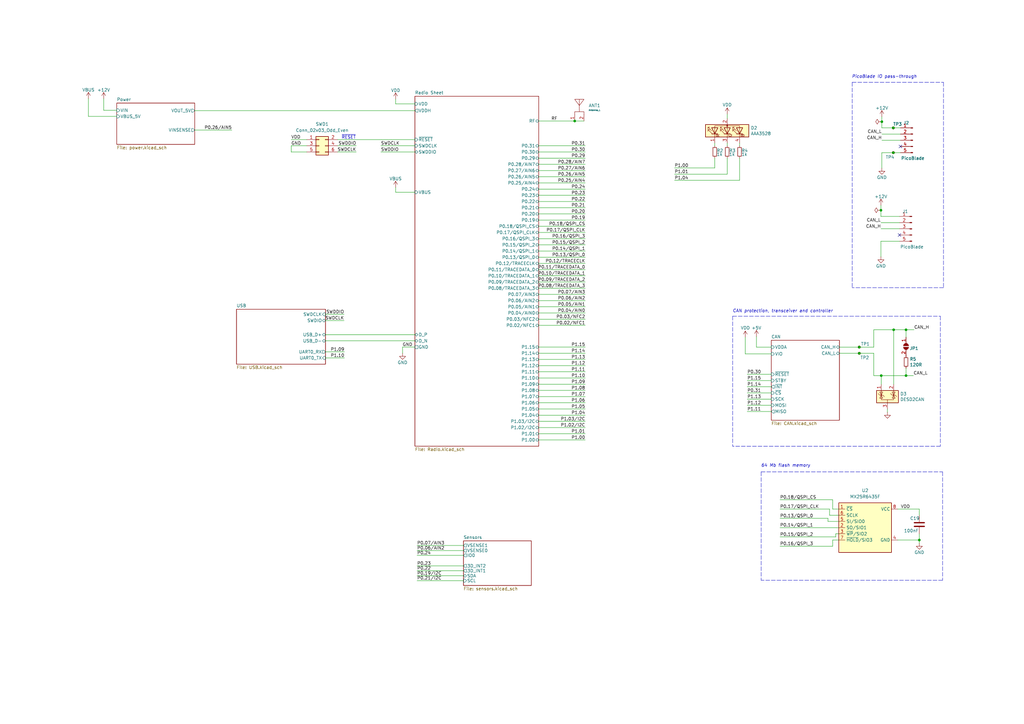
<source format=kicad_sch>
(kicad_sch (version 20211123) (generator eeschema)
  (paper "A3")
  (title_block (title "Spirit Logger") (date "2023-01-23") (rev "0") (company "Specialized Europe GmbH"))
  (lib_symbols
    (symbol "Connector:Conn_01x05_Male" (pin_names (offset 1.016) hide)
      (property "Reference" "J" (at 0 7.62 0))
      (property "Value" "Conn_01x05_Male" (at 0 -7.62 0))
      (symbol "Conn_01x05_Male_1_1"
        (polyline (pts (xy 1.27 -5.08) (xy 0.8636 -5.08)) (stroke (width 0.1524)))
        (polyline (pts (xy 1.27 -2.54) (xy 0.8636 -2.54)) (stroke (width 0.1524)))
        (polyline (pts (xy 1.27 0) (xy 0.8636 0)) (stroke (width 0.1524)))
        (polyline (pts (xy 1.27 2.54) (xy 0.8636 2.54)) (stroke (width 0.1524)))
        (polyline (pts (xy 1.27 5.08) (xy 0.8636 5.08)) (stroke (width 0.1524)))
        (rectangle (start 0.8636 -4.953) (end 0 -5.207) (stroke (width 0.1524)) (fill (type outline)))
        (rectangle (start 0.8636 -2.413) (end 0 -2.667) (stroke (width 0.1524)) (fill (type outline)))
        (rectangle (start 0.8636 0.127) (end 0 -0.127) (stroke (width 0.1524)) (fill (type outline)))
        (rectangle (start 0.8636 2.667) (end 0 2.413) (stroke (width 0.1524)) (fill (type outline)))
        (rectangle (start 0.8636 5.207) (end 0 4.953) (stroke (width 0.1524)) (fill (type outline)))
        (pin passive line (at 5.08 5.08 180) (length 3.81) (name "Pin_1") (number "1"))
        (pin passive line (at 5.08 2.54 180) (length 3.81) (name "Pin_2") (number "2"))
        (pin passive line (at 5.08 0 180) (length 3.81) (name "Pin_3") (number "3"))
        (pin passive line (at 5.08 -2.54 180) (length 3.81) (name "Pin_4") (number "4"))
        (pin passive line (at 5.08 -5.08 180) (length 3.81) (name "Pin_5") (number "5"))
      )
    )
    (symbol "Connector:TestPoint_Small" (pin_numbers hide) (pin_names (offset 0.762) hide)
      (property "Reference" "TP" (at 0 3.81 0))
      (property "Value" "TestPoint_Small" (at 0 2.032 0))
      (symbol "TestPoint_Small_0_1"
        (circle (center 0 0) (radius 0.508))
      )
      (symbol "TestPoint_Small_1_1"
        (pin passive line (at 0 0 90) (length 0) (name "1") (number "1"))
      )
    )
    (symbol "Connector_Generic:Conn_02x03_Odd_Even" (pin_names (offset 1.016) hide)
      (property "Reference" "J" (at 1.27 5.08 0))
      (property "Value" "Conn_02x03_Odd_Even" (at 1.27 -5.08 0))
      (symbol "Conn_02x03_Odd_Even_1_1"
        (rectangle (start -1.27 -2.413) (end 0 -2.667) (stroke (width 0.1524)))
        (rectangle (start -1.27 0.127) (end 0 -0.127) (stroke (width 0.1524)))
        (rectangle (start -1.27 2.667) (end 0 2.413) (stroke (width 0.1524)))
        (rectangle (start -1.27 3.81) (end 3.81 -3.81) (stroke (width 0.254)) (fill (type background)))
        (rectangle (start 3.81 -2.413) (end 2.54 -2.667) (stroke (width 0.1524)))
        (rectangle (start 3.81 0.127) (end 2.54 -0.127) (stroke (width 0.1524)))
        (rectangle (start 3.81 2.667) (end 2.54 2.413) (stroke (width 0.1524)))
        (pin passive line (at -5.08 2.54 0) (length 3.81) (name "Pin_1") (number "1"))
        (pin passive line (at 7.62 2.54 180) (length 3.81) (name "Pin_2") (number "2"))
        (pin passive line (at -5.08 0 0) (length 3.81) (name "Pin_3") (number "3"))
        (pin passive line (at 7.62 0 180) (length 3.81) (name "Pin_4") (number "4"))
        (pin passive line (at -5.08 -2.54 0) (length 3.81) (name "Pin_5") (number "5"))
        (pin passive line (at 7.62 -2.54 180) (length 3.81) (name "Pin_6") (number "6"))
      )
    )
    (symbol "Device:C" (pin_numbers hide) (pin_names (offset 0.254))
      (property "Reference" "C" (at 0.635 2.54 0))
      (property "Value" "C" (at 0.635 -2.54 0))
      (symbol "C_0_1"
        (polyline (pts (xy -2.032 -0.762) (xy 2.032 -0.762)) (stroke (width 0.508)))
        (polyline (pts (xy -2.032 0.762) (xy 2.032 0.762)) (stroke (width 0.508)))
      )
      (symbol "C_1_1"
        (pin passive line (at 0 3.81 270) (length 2.794) (name "~") (number "1"))
        (pin passive line (at 0 -3.81 90) (length 2.794) (name "~") (number "2"))
      )
    )
    (symbol "Device:R_Small" (pin_numbers hide) (pin_names (offset 0.254) hide)
      (property "Reference" "R" (at 0.762 0.508 0))
      (property "Value" "R_Small" (at 0.762 -1.016 0))
      (symbol "R_Small_0_1"
        (rectangle (start -0.762 1.778) (end 0.762 -1.778) (stroke (width 0.2032)))
      )
      (symbol "R_Small_1_1"
        (pin passive line (at 0 2.54 270) (length 0.762) (name "~") (number "1"))
        (pin passive line (at 0 -2.54 90) (length 0.762) (name "~") (number "2"))
      )
    )
    (symbol "Jumper:SolderJumper_2_Open" (pin_names (offset 0) hide)
      (property "Reference" "JP" (at 0 2.032 0))
      (property "Value" "SolderJumper_2_Open" (at 0 -2.54 0))
      (symbol "SolderJumper_2_Open_0_1"
        (arc (start -0.254 1.016) (mid -1.27 0) (end -0.254 -1.016))
        (arc (start -0.254 1.016) (mid -1.27 0) (end -0.254 -1.016) (fill (type outline)))
        (polyline (pts (xy -0.254 1.016) (xy -0.254 -1.016)))
        (polyline (pts (xy 0.254 1.016) (xy 0.254 -1.016)))
        (arc (start 0.254 -1.016) (mid 1.27 0) (end 0.254 1.016))
        (arc (start 0.254 -1.016) (mid 1.27 0) (end 0.254 1.016) (fill (type outline)))
      )
      (symbol "SolderJumper_2_Open_1_1"
        (pin passive line (at -3.81 0 0) (length 2.54) (name "A") (number "1"))
        (pin passive line (at 3.81 0 180) (length 2.54) (name "B") (number "2"))
      )
    )
    (symbol "LED:APFA3010" (pin_names (offset 0) hide)
      (property "Reference" "D" (at 0 10.16 0))
      (property "Value" "APFA3010" (at 0 -10.16 0))
      (symbol "APFA3010_0_0"
        (text "B" (at -1.905 -6.35 0) (effects (font (size 1.27 1.27))))
        (text "G" (at -1.905 -1.27 0) (effects (font (size 1.27 1.27))))
        (text "R" (at -1.905 3.81 0) (effects (font (size 1.27 1.27))))
      )
      (symbol "APFA3010_0_1"
        (rectangle (start -2.54 -8.89) (end 2.54 8.89) (stroke (width 0.254)) (fill (type background)))
        (polyline (pts (xy -2.54 -5.08) (xy 1.27 -5.08)))
        (polyline (pts (xy -1.27 -3.81) (xy -1.27 -6.35)) (stroke (width 0.254)))
        (polyline (pts (xy -1.27 1.27) (xy -1.27 -1.27)) (stroke (width 0.254)))
        (polyline (pts (xy -1.27 6.35) (xy -1.27 3.81)) (stroke (width 0.254)))
        (polyline (pts (xy 1.27 5.08) (xy -2.54 5.08)))
        (polyline (pts (xy 2.54 0) (xy -2.54 0)))
        (polyline (pts (xy 1.27 -5.08) (xy 2.032 -5.08) (xy 2.032 5.08) (xy 1.27 5.08)))
        (polyline (pts (xy 1.27 -3.81) (xy 1.27 -6.35) (xy -1.27 -5.08) (xy 1.27 -3.81)) (stroke (width 0.254)))
        (polyline (pts (xy 1.27 1.27) (xy 1.27 -1.27) (xy -1.27 0) (xy 1.27 1.27)) (stroke (width 0.254)))
        (polyline (pts (xy 1.27 6.35) (xy 1.27 3.81) (xy -1.27 5.08) (xy 1.27 6.35)) (stroke (width 0.254)))
        (polyline (pts (xy -1.016 -3.81) (xy 0.508 -2.286) (xy -0.254 -2.286) (xy 0.508 -2.286) (xy 0.508 -3.048)))
        (polyline (pts (xy -1.016 1.27) (xy 0.508 2.794) (xy -0.254 2.794) (xy 0.508 2.794) (xy 0.508 2.032)))
        (polyline (pts (xy -1.016 6.35) (xy 0.508 7.874) (xy -0.254 7.874) (xy 0.508 7.874) (xy 0.508 7.112)))
        (polyline (pts (xy 0 -3.81) (xy 1.524 -2.286) (xy 0.762 -2.286) (xy 1.524 -2.286) (xy 1.524 -3.048)))
        (polyline (pts (xy 0 1.27) (xy 1.524 2.794) (xy 0.762 2.794) (xy 1.524 2.794) (xy 1.524 2.032)))
        (polyline (pts (xy 0 6.35) (xy 1.524 7.874) (xy 0.762 7.874) (xy 1.524 7.874) (xy 1.524 7.112)))
        (rectangle (start 1.27 6.35) (end 1.27 6.35))
        (circle (center 2.032 0) (radius 0.254) (fill (type outline)))
      )
      (symbol "APFA3010_1_1"
        (pin input line (at -5.08 5.08 0) (length 2.54) (name "R") (number "1"))
        (pin power_in line (at 5.08 0 180) (length 2.54) (name "A") (number "2"))
        (pin input line (at -5.08 0 0) (length 2.54) (name "G") (number "3"))
        (pin input line (at -5.08 -5.08 0) (length 2.54) (name "B") (number "4"))
      )
    )
    (symbol "MCU_Nordic_Custom:Antenna_L"
      (property "Reference" "ANT" (at 4.445 -1.27 0))
      (property "Value" "Antenna_L" (at 0 7.62 0))
      (symbol "Antenna_L_0_1"
        (polyline (pts (xy 1.905 0) (xy 1.905 1.27) (xy -1.905 1.27) (xy -1.905 0) (xy -1.905 1.27) (xy 0 1.27) (xy 0 3.81) (xy -1.905 6.35) (xy 1.905 6.35) (xy 0 3.81) (xy 0 6.35)) (stroke (width 0.1524)))
      )
      (symbol "Antenna_L_1_1"
        (pin input line (at -1.905 -2.54 90) (length 2.54) (name "") (number "1"))
        (pin free line (at 1.905 -2.54 90) (length 2.54) (name "") (number "2"))
      )
    )
    (symbol "MCU_Nordic_Custom:MX25R6435F"
      (property "Reference" "U" (at -8.89 8.89 0))
      (property "Value" "MX25R6435F" (at 0 -11.43 0))
      (symbol "MX25R6435F_1_1"
        (rectangle (start -11.43 7.62) (end 10.16 -12.7) (stroke (width 0.254)) (fill (type background)))
        (pin input line (at -11.43 5.08 0) (length 2.54) (name "~{CS}") (number "1"))
        (pin bidirectional line (at -11.43 -2.54 0) (length 2.54) (name "SO/SIO1") (number "2"))
        (pin bidirectional line (at -11.43 -5.08 0) (length 2.54) (name "~{WP}/SIO2") (number "3"))
        (pin power_in line (at 12.7 -7.62 180) (length 2.54) (name "GND") (number "4"))
        (pin bidirectional line (at -11.43 0 0) (length 2.54) (name "SI/SIO0") (number "5"))
        (pin input line (at -11.43 2.54 0) (length 2.54) (name "SCLK") (number "6"))
        (pin bidirectional line (at -11.43 -7.62 0) (length 2.54) (name "~{HOLD}/SIO3") (number "7"))
        (pin power_in line (at 12.7 5.08 180) (length 2.54) (name "VCC") (number "8"))
      )
    )
    (symbol "Power_Protection:NUP2105L" (pin_names hide)
      (property "Reference" "D" (at 5.715 2.54 0))
      (property "Value" "NUP2105L" (at 5.715 0.635 0))
      (symbol "NUP2105L_0_0"
        (pin passive line (at 0 -5.08 90) (length 2.54) (name "A") (number "3"))
      )
      (symbol "NUP2105L_0_1"
        (rectangle (start -4.445 2.54) (end 4.445 -2.54) (stroke (width 0.254)) (fill (type background)))
        (polyline (pts (xy -2.54 2.54) (xy -2.54 0.635)))
        (polyline (pts (xy 0 -1.27) (xy 0 -2.54)))
        (polyline (pts (xy 2.54 2.54) (xy 2.54 0.635)))
        (polyline (pts (xy -3.81 1.27) (xy -3.175 0.635) (xy -1.905 0.635) (xy -1.27 0)))
        (polyline (pts (xy -2.54 0.635) (xy -2.54 -1.27) (xy 2.54 -1.27) (xy 2.54 0.635)))
        (polyline (pts (xy -2.54 0.635) (xy -1.905 -0.635) (xy -3.175 -0.635) (xy -2.54 0.635)))
        (polyline (pts (xy 2.54 0.635) (xy 1.905 -0.635) (xy 3.175 -0.635) (xy 2.54 0.635)))
        (polyline (pts (xy 2.54 0.635) (xy 3.175 1.905) (xy 1.905 1.905) (xy 2.54 0.635)))
        (polyline (pts (xy -2.54 0.635) (xy -3.175 1.905) (xy -1.905 1.905) (xy -2.54 0.635) (xy -2.54 1.27)))
        (polyline (pts (xy 1.27 1.27) (xy 1.905 0.635) (xy 2.54 0.635) (xy 3.175 0.635) (xy 3.81 0)))
      )
      (symbol "NUP2105L_1_1"
        (pin passive line (at -2.54 5.08 270) (length 2.54) (name "K") (number "1"))
        (pin passive line (at 2.54 5.08 270) (length 2.54) (name "K") (number "2"))
      )
    )
    (symbol "VDD_1" (power) (pin_names (offset 0))
      (property "Value" "VDD_1" (at 0 3.81 0))
      (symbol "VDD_1_0_1"
        (polyline (pts (xy -0.762 1.27) (xy 0 2.54)))
        (polyline (pts (xy 0 0) (xy 0 2.54)))
        (polyline (pts (xy 0 2.54) (xy 0.762 1.27)))
      )
      (symbol "VDD_1_1_1"
        (pin power_in line (at 0 0 90) (length 0) hide (name "VDD") (number "1"))
      )
    )
    (symbol "power:+12V" (power) (pin_names (offset 0))
      (property "Value" "+12V" (at 0 3.556 0))
      (symbol "+12V_0_1"
        (polyline (pts (xy -0.762 1.27) (xy 0 2.54)))
        (polyline (pts (xy 0 0) (xy 0 2.54)))
        (polyline (pts (xy 0 2.54) (xy 0.762 1.27)))
      )
      (symbol "+12V_1_1"
        (pin power_in line (at 0 0 90) (length 0) hide (name "+12V") (number "1"))
      )
    )
    (symbol "power:+5V" (power) (pin_names (offset 0))
      (property "Value" "+5V" (at 0 3.556 0))
      (symbol "+5V_0_1"
        (polyline (pts (xy -0.762 1.27) (xy 0 2.54)))
        (polyline (pts (xy 0 0) (xy 0 2.54)))
        (polyline (pts (xy 0 2.54) (xy 0.762 1.27)))
      )
      (symbol "+5V_1_1"
        (pin power_in line (at 0 0 90) (length 0) hide (name "+5V") (number "1"))
      )
    )
    (symbol "power:GND" (power) (pin_names (offset 0))
      (property "Value" "GND" (at 0 -3.81 0))
      (symbol "GND_0_1"
        (polyline (pts (xy 0 0) (xy 0 -1.27) (xy 1.27 -1.27) (xy 0 -2.54) (xy -1.27 -1.27) (xy 0 -1.27)))
      )
      (symbol "GND_1_1"
        (pin power_in line (at 0 0 270) (length 0) hide (name "GND") (number "1"))
      )
    )
    (symbol "power:PWR_FLAG" (power) (pin_numbers hide) (pin_names (offset 0) hide)
      (property "Value" "PWR_FLAG" (at 0 3.81 0))
      (symbol "PWR_FLAG_0_0"
        (pin power_out line (at 0 0 90) (length 0) (name "pwr") (number "1"))
      )
      (symbol "PWR_FLAG_0_1"
        (polyline (pts (xy 0 0) (xy 0 1.27) (xy -1.016 1.905) (xy 0 2.54) (xy 1.016 1.905) (xy 0 1.27)))
      )
    )
    (symbol "power:VBUS" (power) (pin_names (offset 0))
      (property "Value" "VBUS" (at 0 3.81 0))
      (symbol "VBUS_0_1"
        (polyline (pts (xy -0.762 1.27) (xy 0 2.54)))
        (polyline (pts (xy 0 0) (xy 0 2.54)))
        (polyline (pts (xy 0 2.54) (xy 0.762 1.27)))
      )
      (symbol "VBUS_1_1"
        (pin power_in line (at 0 0 90) (length 0) hide (name "VBUS") (number "1"))
      )
    )
    (symbol "power:VDD" (power) (pin_names (offset 0))
      (property "Value" "VDD" (at 0 3.81 0))
      (symbol "VDD_0_1"
        (polyline (pts (xy -0.762 1.27) (xy 0 2.54)))
        (polyline (pts (xy 0 0) (xy 0 2.54)))
        (polyline (pts (xy 0 2.54) (xy 0.762 1.27)))
      )
      (symbol "VDD_1_1"
        (pin power_in line (at 0 0 90) (length 0) hide (name "VDD") (number "1"))
      )
    )
  )
  (junction (at 366.522 135.255))
  (junction (at 361.696 49.911))
  (junction (at 361.442 154.051))
  (junction (at 352.425 142.367))
  (junction (at 366.395 62.611))
  (junction (at 235.712 49.6316))
  (junction (at 361.315 86.233))
  (junction (at 371.602 135.255))
  (junction (at 352.425 144.907))
  (junction (at 371.602 154.051))
  (junction (at 366.395 52.451))
  (junction (at 377.063 221.488))
  (no_connect (at 368.935 96.393))
  (no_connect (at 369.316 60.071))
  (wire (pts (xy 316.357 156.083) (xy 306.451 156.083)))
  (wire (pts (xy 220.98 95.3516) (xy 240.03 95.3516)))
  (polyline (pts (xy 385.699 183.007) (xy 300.482 183.007)))
  (wire (pts (xy 165.1 142.3416) (xy 165.1 144.8816)))
  (wire (pts (xy 358.394 144.907) (xy 358.394 154.051)))
  (wire (pts (xy 361.315 86.233) (xy 361.315 88.773)))
  (polyline (pts (xy 312.166 193.548) (xy 312.166 237.998)))
  (wire (pts (xy 310.261 138.049) (xy 310.261 142.367)))
  (wire (pts (xy 156.21 62.3316) (xy 170.18 62.3316)))
  (wire (pts (xy 133.5024 128.9304) (xy 141.1224 128.9304)))
  (wire (pts (xy 316.357 158.623) (xy 306.451 158.623)))
  (wire (pts (xy 220.98 157.5816) (xy 240.03 157.5816)))
  (wire (pts (xy 162.2552 76.8604) (xy 162.2552 78.8416)))
  (wire (pts (xy 133.5024 139.8016) (xy 170.18 139.8016)))
  (polyline (pts (xy 386.588 237.998) (xy 312.166 237.998)))
  (wire (pts (xy 190.0936 236.1692) (xy 171.0436 236.1692)))
  (wire (pts (xy 220.98 142.3416) (xy 240.03 142.3416)))
  (wire (pts (xy 220.98 147.4216) (xy 240.03 147.4216)))
  (wire (pts (xy 220.98 170.2816) (xy 240.03 170.2816)))
  (wire (pts (xy 293.1668 59.7408) (xy 293.1668 58.7248)))
  (wire (pts (xy 220.98 77.5716) (xy 240.03 77.5716)))
  (wire (pts (xy 369.316 62.611) (xy 366.395 62.611)))
  (wire (pts (xy 342.773 218.948) (xy 342.773 220.218)))
  (wire (pts (xy 340.233 211.328) (xy 344.043 211.328)))
  (polyline (pts (xy 386.969 33.782) (xy 386.969 117.983)))
  (wire (pts (xy 125.7808 62.3316) (xy 119.4308 62.3316)))
  (wire (pts (xy 220.98 108.0516) (xy 240.03 108.0516)))
  (wire (pts (xy 339.598 212.598) (xy 339.598 213.868)))
  (wire (pts (xy 220.98 120.7516) (xy 240.03 120.7516)))
  (wire (pts (xy 366.395 52.451) (xy 361.696 52.451)))
  (wire (pts (xy 358.394 154.051) (xy 361.442 154.051)))
  (wire (pts (xy 344.043 218.948) (xy 342.773 218.948)))
  (wire (pts (xy 220.98 85.1916) (xy 240.03 85.1916)))
  (wire (pts (xy 377.063 208.788) (xy 368.173 208.788)))
  (wire (pts (xy 377.063 221.488) (xy 368.173 221.488)))
  (wire (pts (xy 220.98 180.4416) (xy 240.03 180.4416)))
  (wire (pts (xy 79.8576 45.3644) (xy 170.18 45.3644)))
  (wire (pts (xy 220.98 160.1216) (xy 240.03 160.1216)))
  (wire (pts (xy 138.4808 62.3316) (xy 146.1008 62.3316)))
  (wire (pts (xy 220.98 80.1116) (xy 240.03 80.1116)))
  (wire (pts (xy 171.0436 223.7232) (xy 190.0936 223.7232)))
  (wire (pts (xy 316.357 161.163) (xy 306.451 161.163)))
  (polyline (pts (xy 300.482 129.667) (xy 385.699 129.667)))
  (wire (pts (xy 319.913 204.978) (xy 341.503 204.978)))
  (wire (pts (xy 276.6568 73.9648) (xy 303.3268 73.9648)))
  (wire (pts (xy 190.0936 227.7872) (xy 171.0436 227.7872)))
  (wire (pts (xy 220.98 97.8916) (xy 240.03 97.8916)))
  (wire (pts (xy 220.98 113.1316) (xy 240.03 113.1316)))
  (wire (pts (xy 162.2552 78.8416) (xy 170.18 78.8416)))
  (wire (pts (xy 220.98 133.4516) (xy 240.03 133.4516)))
  (wire (pts (xy 235.712 49.6316) (xy 239.522 49.6316)))
  (wire (pts (xy 220.98 102.9716) (xy 240.03 102.9716)))
  (wire (pts (xy 165.1 142.3416) (xy 170.18 142.3416)))
  (wire (pts (xy 138.4808 57.2516) (xy 170.18 57.2516)))
  (wire (pts (xy 190.0936 238.1504) (xy 171.0436 238.1504)))
  (wire (pts (xy 361.315 98.933) (xy 368.935 98.933)))
  (wire (pts (xy 344.297 142.367) (xy 352.425 142.367)))
  (wire (pts (xy 133.5024 131.4704) (xy 141.1224 131.4704)))
  (polyline (pts (xy 349.504 33.782) (xy 349.504 117.983)))
  (wire (pts (xy 220.98 87.7316) (xy 240.03 87.7316)))
  (wire (pts (xy 339.598 213.868) (xy 344.043 213.868)))
  (wire (pts (xy 319.913 208.788) (xy 340.233 208.788)))
  (wire (pts (xy 42.5196 45.2628) (xy 47.9044 45.2628)))
  (polyline (pts (xy 385.699 129.667) (xy 385.699 183.007)))
  (wire (pts (xy 220.98 130.9116) (xy 240.03 130.9116)))
  (wire (pts (xy 220.98 100.4316) (xy 240.03 100.4316)))
  (wire (pts (xy 220.98 165.2016) (xy 240.03 165.2016)))
  (wire (pts (xy 119.4308 59.7916) (xy 125.7808 59.7916)))
  (wire (pts (xy 369.316 52.451) (xy 366.395 52.451)))
  (polyline (pts (xy 349.504 33.782) (xy 386.969 33.782)))
  (wire (pts (xy 298.2468 59.7408) (xy 298.2468 58.7248)))
  (wire (pts (xy 220.98 177.9016) (xy 240.03 177.9016)))
  (wire (pts (xy 220.98 49.6316) (xy 235.712 49.6316)))
  (wire (pts (xy 220.98 123.2916) (xy 240.03 123.2916)))
  (wire (pts (xy 220.98 62.3316) (xy 240.03 62.3316)))
  (wire (pts (xy 358.394 142.367) (xy 358.394 135.255)))
  (wire (pts (xy 366.522 135.255) (xy 371.602 135.255)))
  (wire (pts (xy 352.425 144.907) (xy 358.394 144.907)))
  (wire (pts (xy 220.98 59.7916) (xy 240.03 59.7916)))
  (wire (pts (xy 303.3268 59.7408) (xy 303.3268 58.7248)))
  (wire (pts (xy 358.394 135.255) (xy 366.522 135.255)))
  (wire (pts (xy 133.5024 144.3228) (xy 141.2748 144.3228)))
  (wire (pts (xy 341.503 204.978) (xy 341.503 208.788)))
  (wire (pts (xy 316.357 166.243) (xy 306.451 166.243)))
  (wire (pts (xy 220.98 115.6716) (xy 240.03 115.6716)))
  (polyline (pts (xy 312.166 193.548) (xy 386.588 193.548)))
  (wire (pts (xy 220.98 155.0416) (xy 240.03 155.0416)))
  (wire (pts (xy 220.98 72.4916) (xy 240.03 72.4916)))
  (wire (pts (xy 162.2552 40.64) (xy 162.2552 42.6212)))
  (wire (pts (xy 220.98 110.5916) (xy 240.03 110.5916)))
  (wire (pts (xy 220.98 162.6616) (xy 240.03 162.6616)))
  (wire (pts (xy 369.316 57.531) (xy 361.696 57.531)))
  (wire (pts (xy 220.98 152.5016) (xy 240.03 152.5016)))
  (wire (pts (xy 368.935 91.313) (xy 361.315 91.313)))
  (wire (pts (xy 361.696 49.911) (xy 361.696 52.451)))
  (wire (pts (xy 371.602 151.003) (xy 371.602 154.051)))
  (wire (pts (xy 162.2552 42.6212) (xy 170.18 42.6212)))
  (wire (pts (xy 36.2712 47.752) (xy 36.2712 40.4368)))
  (wire (pts (xy 361.315 98.933) (xy 361.315 105.283)))
  (wire (pts (xy 293.1668 68.8848) (xy 293.1668 64.8208)))
  (wire (pts (xy 371.602 135.255) (xy 374.904 135.255)))
  (wire (pts (xy 298.2468 46.7868) (xy 298.2468 48.5648)))
  (wire (pts (xy 319.913 224.028) (xy 341.503 224.028)))
  (wire (pts (xy 220.98 175.3616) (xy 240.03 175.3616)))
  (wire (pts (xy 366.522 157.607) (xy 366.522 135.255)))
  (wire (pts (xy 220.98 82.6516) (xy 240.03 82.6516)))
  (wire (pts (xy 377.063 221.488) (xy 377.063 222.758)))
  (wire (pts (xy 361.696 47.879) (xy 361.696 49.911)))
  (polyline (pts (xy 386.969 117.983) (xy 349.504 117.983)))
  (wire (pts (xy 377.063 211.328) (xy 377.063 208.788)))
  (wire (pts (xy 377.063 218.948) (xy 377.063 221.488)))
  (wire (pts (xy 319.913 216.408) (xy 344.043 216.408)))
  (wire (pts (xy 220.98 92.8116) (xy 240.03 92.8116)))
  (wire (pts (xy 368.935 93.853) (xy 361.315 93.853)))
  (wire (pts (xy 190.0936 225.806) (xy 171.0436 225.806)))
  (wire (pts (xy 352.425 142.367) (xy 358.394 142.367)))
  (wire (pts (xy 220.98 172.8216) (xy 240.03 172.8216)))
  (wire (pts (xy 361.315 84.201) (xy 361.315 86.233)))
  (wire (pts (xy 371.602 138.303) (xy 371.602 135.255)))
  (wire (pts (xy 156.21 59.7916) (xy 170.18 59.7916)))
  (wire (pts (xy 119.4308 59.7916) (xy 119.4308 62.3316)))
  (wire (pts (xy 363.982 169.037) (xy 363.982 167.767)))
  (wire (pts (xy 310.261 142.367) (xy 316.357 142.367)))
  (wire (pts (xy 276.6568 71.4248) (xy 298.2468 71.4248)))
  (wire (pts (xy 220.98 144.8816) (xy 240.03 144.8816)))
  (wire (pts (xy 361.442 157.607) (xy 361.442 154.051)))
  (wire (pts (xy 361.442 154.051) (xy 371.602 154.051)))
  (wire (pts (xy 298.2468 71.4248) (xy 298.2468 64.8208)))
  (wire (pts (xy 371.602 154.051) (xy 374.65 154.051)))
  (wire (pts (xy 47.9044 47.752) (xy 36.2712 47.752)))
  (wire (pts (xy 220.98 67.4116) (xy 240.03 67.4116)))
  (wire (pts (xy 316.357 153.543) (xy 306.451 153.543)))
  (wire (pts (xy 79.8576 53.34) (xy 95.0976 53.34)))
  (wire (pts (xy 220.98 149.9616) (xy 240.03 149.9616)))
  (wire (pts (xy 220.98 125.8316) (xy 240.03 125.8316)))
  (wire (pts (xy 344.043 221.488) (xy 341.503 221.488)))
  (wire (pts (xy 220.98 118.2116) (xy 240.03 118.2116)))
  (wire (pts (xy 190.0936 232.1052) (xy 171.0436 232.1052)))
  (polyline (pts (xy 386.588 193.548) (xy 386.588 237.998)))
  (wire (pts (xy 190.0936 234.0864) (xy 171.0436 234.0864)))
  (wire (pts (xy 341.503 221.488) (xy 341.503 224.028)))
  (wire (pts (xy 340.233 208.788) (xy 340.233 211.328)))
  (wire (pts (xy 138.4808 59.7916) (xy 146.1008 59.7916)))
  (wire (pts (xy 42.5196 40.4876) (xy 42.5196 45.2628)))
  (wire (pts (xy 344.297 144.907) (xy 352.425 144.907)))
  (wire (pts (xy 316.357 163.703) (xy 306.451 163.703)))
  (wire (pts (xy 133.5024 146.812) (xy 141.2748 146.812)))
  (wire (pts (xy 341.503 208.788) (xy 344.043 208.788)))
  (wire (pts (xy 361.696 62.611) (xy 361.696 68.961)))
  (wire (pts (xy 220.98 167.7416) (xy 240.03 167.7416)))
  (wire (pts (xy 305.689 138.303) (xy 305.689 145.161)))
  (polyline (pts (xy 300.482 129.667) (xy 300.482 183.007)))
  (wire (pts (xy 220.98 69.9516) (xy 240.03 69.9516)))
  (wire (pts (xy 305.689 145.161) (xy 316.357 145.161)))
  (wire (pts (xy 316.357 168.783) (xy 306.451 168.783)))
  (wire (pts (xy 276.6568 68.8848) (xy 293.1668 68.8848)))
  (wire (pts (xy 220.98 128.3716) (xy 240.03 128.3716)))
  (wire (pts (xy 369.316 54.991) (xy 361.696 54.991)))
  (wire (pts (xy 319.913 220.218) (xy 342.773 220.218)))
  (wire (pts (xy 319.913 212.598) (xy 339.598 212.598)))
  (wire (pts (xy 366.395 62.611) (xy 361.696 62.611)))
  (wire (pts (xy 361.315 88.773) (xy 368.935 88.773)))
  (wire (pts (xy 133.5024 137.2616) (xy 170.18 137.2616)))
  (wire (pts (xy 119.4308 57.2516) (xy 125.7808 57.2516)))
  (wire (pts (xy 303.3268 64.8208) (xy 303.3268 73.9648)))
  (wire (pts (xy 220.98 90.2716) (xy 240.03 90.2716)))
  (wire (pts (xy 220.98 105.5116) (xy 240.03 105.5116)))
  (wire (pts (xy 220.98 64.8716) (xy 240.03 64.8716)))
  (wire (pts (xy 220.98 75.0316) (xy 240.03 75.0316)))
  (text "CAN protection, transceiver and controller" (at 300.482 128.397 0) (effects (font (size 1.27 1.27) italic) (justify left bottom)))
  (text "PicoBlade IO pass-through" (at 349.377 32.258 0) (effects (font (size 1.27 1.27) italic) (justify left bottom)))
  (text "64 Mb flash memory" (at 312.166 191.77 0) (effects (font (size 1.27 1.27) italic) (justify left bottom)))
  (text "~{RESET}" (at 140.0556 57.2008 0) (effects (font (size 1.27 1.27)) (justify left bottom)))
  (label "RF" (at 226.06 49.6316 0))
  (label "P1.06" (at 240.03 165.2016 180))
  (label "P1.13" (at 306.451 163.703 0))
  (label "P0.22" (at 240.03 82.6516 180))
  (label "P1.00" (at 276.6568 68.8848 0))
  (label "P0.14{slash}QSPI_1" (at 240.03 102.9716 180))
  (label "P1.03{slash}I2C" (at 240.03 172.8216 180))
  (label "P0.31" (at 306.451 161.163 0))
  (label "P1.05" (at 240.03 167.7416 180))
  (label "P0.11{slash}TRACEDATA_0" (at 240.03 110.5916 180))
  (label "VDD" (at 119.4308 57.2516 0))
  (label "P0.25{slash}AIN4" (at 240.03 75.0316 180))
  (label "P1.14" (at 306.451 158.623 0))
  (label "P1.01" (at 240.03 177.9016 180))
  (label "P0.09{slash}TRACEDATA_2" (at 240.03 115.6716 180))
  (label "P1.07" (at 240.03 162.6616 180))
  (label "P0.19" (at 240.03 90.2716 180))
  (label "P0.26{slash}AIN5" (at 240.03 72.4916 180))
  (label "P0.18{slash}QSPI_CS" (at 240.03 92.8116 180))
  (label "P1.12" (at 240.03 149.9616 180))
  (label "P0.23" (at 240.03 80.1116 180))
  (label "P0.20" (at 240.03 87.7316 180))
  (label "P0.15{slash}QSPI_2" (at 240.03 100.4316 180))
  (label "P0.30" (at 306.451 153.543 0))
  (label "P0.17{slash}QSPI_CLK" (at 319.913 208.788 0))
  (label "SWDCLK" (at 146.1008 62.3316 180))
  (label "P1.11" (at 306.451 168.783 0))
  (label "P1.10" (at 141.2748 146.812 180))
  (label "P0.19{slash}I2C" (at 171.0436 236.1692 0))
  (label "P0.16{slash}QSPI_3" (at 319.913 224.028 0))
  (label "P1.10" (at 240.03 155.0416 180))
  (label "P0.29" (at 240.03 64.8716 180))
  (label "P0.22" (at 171.0436 234.0864 0))
  (label "P0.03{slash}NFC2" (at 240.03 130.9116 180))
  (label "P0.24" (at 240.03 77.5716 180))
  (label "P1.12" (at 306.451 166.243 0))
  (label "P1.14" (at 240.03 144.8816 180))
  (label "P0.26{slash}AIN5" (at 95.0976 53.34 180))
  (label "P0.30" (at 240.03 62.3316 180))
  (label "P0.14{slash}QSPI_1" (at 319.913 216.408 0))
  (label "P0.04{slash}AIN0" (at 240.03 128.3716 180))
  (label "P0.17{slash}QSPI_CLK" (at 240.03 95.3516 180))
  (label "P0.06{slash}AIN2" (at 240.03 123.2916 180))
  (label "P1.11" (at 240.03 152.5016 180))
  (label "P1.04" (at 276.6568 73.9648 0))
  (label "P1.00" (at 240.03 180.4416 180))
  (label "P0.21" (at 240.03 85.1916 180))
  (label "CAN_L" (at 361.315 91.313 180))
  (label "P0.24" (at 171.0436 227.7872 0))
  (label "SWDCLK" (at 141.1224 131.4704 180))
  (label "P0.08{slash}TRACEDATA_3" (at 240.03 118.2116 180))
  (label "GND" (at 119.4308 59.7916 0))
  (label "SWDCLK" (at 156.21 59.7916 0))
  (label "P1.01" (at 276.6568 71.4248 0))
  (label "P1.09" (at 240.03 157.5816 180))
  (label "SWDDIO" (at 146.1008 59.7916 180))
  (label "P0.05{slash}AIN1" (at 240.03 125.8316 180))
  (label "P1.08" (at 240.03 160.1216 180))
  (label "P0.23" (at 171.0436 232.1052 0))
  (label "P0.02{slash}NFC1" (at 240.03 133.4516 180))
  (label "P0.13{slash}QSPI_0" (at 319.913 212.598 0))
  (label "P0.15{slash}QSPI_2" (at 319.913 220.218 0))
  (label "P0.13{slash}QSPI_0" (at 240.03 105.5116 180))
  (label "P0.06{slash}AIN2" (at 171.0436 225.806 0))
  (label "P0.28{slash}AIN7" (at 240.03 67.4116 180))
  (label "P1.02{slash}I2C" (at 240.03 175.3616 180))
  (label "VDD" (at 373.253 208.788 180))
  (label "P0.07{slash}AIN3" (at 240.03 120.7516 180))
  (label "P1.04" (at 240.03 170.2816 180))
  (label "SWDDIO" (at 156.21 62.3316 0))
  (label "CAN_L" (at 374.65 154.051 0))
  (label "P0.18{slash}QSPI_CS" (at 319.913 204.978 0))
  (label "CAN_H" (at 361.696 57.531 180))
  (label "CAN_L" (at 361.696 54.991 180))
  (label "P0.16{slash}QSPI_3" (at 240.03 97.8916 180))
  (label "P1.13" (at 240.03 147.4216 180))
  (label "P0.10{slash}TRACEDATA_1" (at 240.03 113.1316 180))
  (label "P1.09" (at 141.2748 144.3228 180))
  (label "CAN_H" (at 374.904 135.255 0))
  (label "CAN_H" (at 361.315 93.853 180))
  (label "P0.12{slash}TRACECLK" (at 240.03 108.0516 180))
  (label "P0.07{slash}AIN3" (at 171.0436 223.7232 0))
  (label "P0.31" (at 240.03 59.7916 180))
  (label "P0.27{slash}AIN6" (at 240.03 69.9516 180))
  (label "P1.15" (at 306.451 156.083 0))
  (label "GND" (at 165.1 142.3416 0))
  (label "P0.21{slash}I2C" (at 171.0436 238.1504 0))
  (label "SWDDIO" (at 141.1224 128.9304 180))
  (label "P1.15" (at 240.03 142.3416 180))
  (symbol (lib_id "power:+12V") (at 361.315 84.201 0) (unit 1)
    (property "Reference" "#PWR0112" (effects hide))
    (property "Value" "+12V" (at 361.315 80.6252 0))
  )
  (symbol (lib_id "Connector:Conn_01x05_Male") (at 374.015 93.853 0) (mirror y) (unit 1)
    (property "Reference" "J1" (at 371.2718 86.7156 0))
    (property "Value" "PicoBlade" (at 374.015 101.219 0))
    (property "Footprint" "KiCad/Connector_Molex.pretty:Molex_PicoBlade_53261-0571_1x05-1MP_P1.25mm_Horizontal" (effects hide))
    (property "MFN" "Molex" (effects hide))
    (property "MPN" "53261-0571" (effects hide))
    (property "Vendor" "Digikey" (effects hide))
    (property "SKU" "WM7623CT-ND" (effects hide))
  )
  (symbol (lib_id "Connector:TestPoint_Small") (at 366.395 62.611 180) (unit 1)
    (property "Reference" "TP4" (at 366.8776 64.4652 0) (effects (justify left)))
    (property "Value" "TestPoint" (effects hide))
    (property "Footprint" "tunaf1sh/misc.pretty:TestPoint_Pad_D1.0mm_Tight" (effects hide))
    (property "Config" "nofit" (effects hide))
  )
  (symbol (lib_id "Device:R_Small") (at 293.1668 62.2808 0) (unit 1)
    (property "Reference" "R2" (at 293.9288 61.7728 0) (effects (justify left)))
    (property "Value" "1k" (at 293.9288 63.2968 0) (effects (justify left)))
    (property "Footprint" "KiCad/Resistor_SMD.pretty:R_0402_1005Metric" (effects hide))
    (property "Characteristics" "5%" (effects hide))
  )
  (symbol (lib_id "Connector:Conn_01x05_Male") (at 374.396 57.531 0) (mirror y) (unit 1)
    (property "Reference" "J2" (at 371.6528 50.3936 0))
    (property "Value" "PicoBlade" (at 374.396 64.897 0))
    (property "Footprint" "KiCad/Connector_Molex.pretty:Molex_PicoBlade_53261-0571_1x05-1MP_P1.25mm_Horizontal" (effects hide))
    (property "MFN" "Molex" (effects hide))
    (property "MPN" "53261-0571" (effects hide))
    (property "Vendor" "Digikey" (effects hide))
    (property "SKU" "WM7623CT-ND" (effects hide))
  )
  (symbol (lib_id "power:PWR_FLAG") (at 361.315 86.233 90) (unit 1)
    (property "Reference" "#FLG0102" (effects hide))
    (property "Value" "PWR_FLAG" (effects hide))
  )
  (symbol (lib_id "power:+5V") (at 310.261 138.049 0) (unit 1)
    (property "Reference" "#PWR0109" (effects hide))
    (property "Value" "+5V" (at 310.261 134.4732 0))
  )
  (symbol (lib_id "Device:C") (at 377.063 215.138 0) (unit 1)
    (property "Reference" "C19" (at 373.253 212.598 0) (effects (justify left)))
    (property "Value" "100nF" (at 370.713 217.678 0) (effects (justify left)))
    (property "Footprint" "MCU_Nordic_Accessory:C_0201" (effects hide))
  )
  (symbol (lib_name "VDD_1") (lib_id "power:VDD") (at 162.2552 40.64 0) (unit 1)
    (property "Reference" "#PWR0119" (effects hide))
    (property "Value" "VDD" (at 162.2552 37.0642 0))
  )
  (symbol (lib_id "power:GND") (at 165.1 144.8816 0) (unit 1)
    (property "Reference" "#PWR0107" (effects hide))
    (property "Value" "GND" (at 165.1 148.6916 0))
  )
  (symbol (lib_id "Connector:TestPoint_Small") (at 352.425 142.367 0) (unit 1)
    (property "Reference" "TP1" (at 353.06 141.097 0) (effects (justify left)))
    (property "Value" "TestPoint" (effects hide))
    (property "Footprint" "tunaf1sh/misc.pretty:TestPoint_Pad_D1.0mm_Tight" (effects hide))
    (property "Config" "nofit" (effects hide))
  )
  (symbol (lib_id "power:GND") (at 377.063 222.758 0) (unit 1)
    (property "Reference" "#PWR0113" (effects hide))
    (property "Value" "GND" (at 377.063 226.568 0))
  )
  (symbol (lib_id "Jumper:SolderJumper_2_Open") (at 371.602 142.113 90) (mirror x) (unit 1)
    (property "Reference" "JP1" (at 374.904 142.875 90))
    (property "Value" "TERM" (effects hide))
    (property "Footprint" "KiCad/Jumper.pretty:SolderJumper-2_P1.3mm_Open_RoundedPad1.0x1.5mm" (effects hide))
    (property "Config" "nofit" (effects hide))
  )
  (symbol (lib_id "power:+12V") (at 361.696 47.879 0) (unit 1)
    (property "Reference" "#PWR0114" (effects hide))
    (property "Value" "+12V" (at 361.696 44.3032 0))
  )
  (symbol (lib_id "power:GND") (at 363.982 169.037 0) (unit 1)
    (property "Reference" "#PWR0108" (effects hide))
    (property "Value" "GND" (effects hide))
  )
  (symbol (lib_id "power:+12V") (at 42.5196 40.4876 0) (unit 1)
    (property "Reference" "#PWR0118" (effects hide))
    (property "Value" "+12V" (at 42.5196 36.9118 0))
  )
  (symbol (lib_id "MCU_Nordic_Custom:MX25R6435F") (at 355.473 213.868 0) (unit 1)
    (property "Reference" "U2" (at 354.838 201.168 0))
    (property "Value" "MX25R6435F" (at 354.838 203.708 0))
    (property "Footprint" "KiCad/Package_SON.pretty:WSON-8-1EP_6x5mm_P1.27mm_EP3.4x4mm" (effects hide))
    (property "Datasheet" "https://www.macronix.com/Lists/Datasheet/Attachments/8868/MX25R6435F,%20Wide%20Range,%2064Mb,%20v1.6.pdf" (effects hide))
    (property "MFN" "Macronix" (effects hide))
    (property "MPN" "MX25R6435FZNIL0" (effects hide))
    (property "Config" "dnf" (effects hide))
    (property "Vendor" "Digikey" (effects hide))
    (property "SKU" "1092-1201-ND" (effects hide))
  )
  (symbol (lib_id "power:GND") (at 361.696 68.961 0) (mirror y) (unit 1)
    (property "Reference" "#PWR0111" (effects hide))
    (property "Value" "GND" (at 361.696 72.771 0))
  )
  (symbol (lib_id "Connector_Generic:Conn_02x03_Odd_Even") (at 130.8608 59.7916 0) (unit 1)
    (property "Reference" "SWD1" (at 132.1308 50.9016 0))
    (property "Value" "Conn_02x03_Odd_Even" (at 132.1308 53.4416 0))
    (property "Footprint" "MCU_Nordic_Accessory:TC2030-IDC-NL" (effects hide))
  )
  (symbol (lib_id "power:VBUS") (at 162.2552 76.8604 0) (unit 1)
    (property "Reference" "#PWR0120" (effects hide))
    (property "Value" "VBUS" (at 162.2552 73.2846 0))
  )
  (symbol (lib_id "Device:R_Small") (at 303.3268 62.2808 0) (unit 1)
    (property "Reference" "R4" (at 304.0888 61.7728 0) (effects (justify left)))
    (property "Value" "1k" (at 304.0888 63.2968 0) (effects (justify left)))
    (property "Footprint" "KiCad/Resistor_SMD.pretty:R_0402_1005Metric" (effects hide))
    (property "Characteristics" "5%" (effects hide))
  )
  (symbol (lib_id "power:VDD") (at 298.2468 46.7868 0) (unit 1)
    (property "Reference" "#PWR0115" (effects hide))
    (property "Value" "VDD" (at 298.2468 42.9768 0))
  )
  (symbol (lib_id "MCU_Nordic_Custom:Antenna_L") (at 237.617 47.0916 0) (unit 1)
    (property "Reference" "ANT1" (at 241.427 43.2815 0) (effects (justify left)))
    (property "Value" "Antenna_L" (at 241.427 45.1866 0) (effects (font (size 0.635 0.635)) (justify left)))
    (property "Footprint" "MCU_Nordic_Accessory:ANTENNA_L_2_4GHZ" (effects hide))
  )
  (symbol (lib_id "Device:R_Small") (at 371.602 148.463 0) (unit 1)
    (property "Reference" "R5" (at 373.1006 147.2946 0) (effects (justify left)))
    (property "Value" "120R" (at 373.1006 149.606 0) (effects (justify left)))
    (property "Footprint" "KiCad/Resistor_SMD.pretty:R_0603_1608Metric" (effects hide))
    (property "Notes" "CAN Termination resistor" (effects hide))
    (property "Characteristics" "1%" (effects hide))
  )
  (symbol (lib_id "Connector:TestPoint_Small") (at 352.425 144.907 180) (unit 1)
    (property "Reference" "TP2" (at 356.489 146.685 0) (effects (justify left)))
    (property "Value" "TestPoint" (effects hide))
    (property "Footprint" "tunaf1sh/misc.pretty:TestPoint_Pad_D1.0mm_Tight" (effects hide))
    (property "Config" "nofit" (effects hide))
  )
  (symbol (lib_id "Device:R_Small") (at 298.2468 62.2808 0) (unit 1)
    (property "Reference" "R3" (at 299.0088 61.7728 0) (effects (justify left)))
    (property "Value" "1k" (at 299.0088 63.2968 0) (effects (justify left)))
    (property "Footprint" "KiCad/Resistor_SMD.pretty:R_0402_1005Metric" (effects hide))
    (property "Characteristics" "5%" (effects hide))
  )
  (symbol (lib_id "LED:APFA3010") (at 298.2468 53.6448 90) (unit 1)
    (property "Reference" "D2" (at 307.8988 52.4764 90) (effects (justify right)))
    (property "Value" "AAA3528" (at 307.8988 54.7878 90) (effects (justify right)))
    (property "Footprint" "KiCad/LED_SMD.pretty:LED_Kingbright_AAA3528ESGCT" (effects hide))
    (property "Datasheet" "https://www.kingbrightusa.com/images/catalog/SPEC/AAA3528LSEEZGKQBKS.pdf" (effects hide))
    (property "MFN" "Kingbright" (effects hide))
    (property "MPN" "AAA3528LSEEZGKQBKS" (effects hide))
    (property "Description" "Red, Green, Blue (RGB) 621nm Red, 525nm Green, 465nm Blue LED Indication - Discrete 1.8V Red, 2.7V Green, 2.7V Blue 4-PLCC" (effects hide))
    (property "Vendor" "Digikey" (effects hide))
    (property "SKU" "754-1967-1-ND" (effects hide))
  )
  (symbol (lib_id "power:VDD") (at 305.689 138.303 0) (unit 1)
    (property "Reference" "#PWR0110" (effects hide))
    (property "Value" "VDD" (at 305.689 134.493 0))
  )
  (symbol (lib_id "Power_Protection:NUP2105L") (at 363.982 162.687 0) (unit 1)
    (property "Reference" "D3" (at 369.189 161.5186 0) (effects (justify left)))
    (property "Value" "DESD2CAN" (at 369.189 163.83 0) (effects (justify left)))
    (property "Footprint" "KiCad/Package_TO_SOT_SMD.pretty:SOT-23" (effects hide))
    (property "Datasheet" "https://www.diodes.com/assets/Datasheets/DESD2CAN2SOQ.pdf" (effects hide))
    (property "MFN" "DESD2CAN2SOQ-7" (effects hide))
    (property "MPN" "Diodes Incorporated" (effects hide))
    (property "Description" "TVS DIODE 24VWM 41VC SOT23" (effects hide))
    (property "Vendor" "Digikey" (effects hide))
    (property "SKU" "DESD2CAN2SOQ-7DICT-ND" (effects hide))
  )
  (symbol (lib_id "power:VBUS") (at 36.2712 40.4368 0) (unit 1)
    (property "Reference" "#PWR0117" (effects hide))
    (property "Value" "VBUS" (at 36.2712 36.861 0))
  )
  (symbol (lib_id "power:GND") (at 361.315 105.283 0) (mirror y) (unit 1)
    (property "Reference" "#PWR0116" (effects hide))
    (property "Value" "GND" (at 361.315 109.093 0))
  )
  (symbol (lib_id "power:PWR_FLAG") (at 361.696 49.911 90) (unit 1)
    (property "Reference" "#FLG0101" (effects hide))
    (property "Value" "PWR_FLAG" (effects hide))
  )
  (symbol (lib_id "Connector:TestPoint_Small") (at 366.395 52.451 0) (unit 1)
    (property "Reference" "TP3" (at 366.268 50.927 0) (effects (justify left)))
    (property "Value" "TestPoint" (effects hide))
    (property "Footprint" "tunaf1sh/misc.pretty:TestPoint_Pad_D1.0mm_Tight" (effects hide))
    (property "Config" "nofit" (effects hide))
  )
  (sheet (at 170.18 39.4716) (size 50.8 143.51) (stroke (width 0.1524))
    (property "Sheet name" "Radio Sheet" (at 170.18 38.76 0) (effects (justify left bottom)))
    (property "Sheet file" "Radio.kicad_sch" (at 170.18 183.5662 0) (effects (justify left top)))
    (pin "~{RESET}" input (at 170.18 57.2516 180))
    (pin "D_N" bidirectional (at 170.18 139.8016 180))
    (pin "SWDDIO" bidirectional (at 170.18 62.3316 180))
    (pin "SWDCLK" input (at 170.18 59.7916 180))
    (pin "D_P" bidirectional (at 170.18 137.2616 180))
    (pin "P0.06{slash}AIN2" bidirectional (at 220.98 123.2916 0))
    (pin "P0.02{slash}NFC1" bidirectional (at 220.98 133.4516 0))
    (pin "P0.03{slash}NFC2" bidirectional (at 220.98 130.9116 0))
    (pin "P0.04{slash}AIN0" bidirectional (at 220.98 128.3716 0))
    (pin "P0.05{slash}AIN1" bidirectional (at 220.98 125.8316 0))
    (pin "P0.09{slash}TRACEDATA_2" bidirectional (at 220.98 115.6716 0))
    (pin "P0.08{slash}TRACEDATA_3" bidirectional (at 220.98 118.2116 0))
    (pin "P0.07{slash}AIN3" bidirectional (at 220.98 120.7516 0))
    (pin "P0.11{slash}TRACEDATA_0" bidirectional (at 220.98 110.5916 0))
    (pin "P0.10{slash}TRACEDATA_1" bidirectional (at 220.98 113.1316 0))
    (pin "P0.19" bidirectional (at 220.98 90.2716 0))
    (pin "RF" bidirectional (at 220.98 49.6316 0))
    (pin "P0.13{slash}QSPI_0" bidirectional (at 220.98 105.5116 0))
    (pin "P0.12{slash}TRACECLK" bidirectional (at 220.98 108.0516 0))
    (pin "P0.14{slash}QSPI_1" bidirectional (at 220.98 102.9716 0))
    (pin "P0.15{slash}QSPI_2" bidirectional (at 220.98 100.4316 0))
    (pin "P0.16{slash}QSPI_3" bidirectional (at 220.98 97.8916 0))
    (pin "P0.20" bidirectional (at 220.98 87.7316 0))
    (pin "P0.21" bidirectional (at 220.98 85.1916 0))
    (pin "P0.17{slash}QSPI_CLK" bidirectional (at 220.98 95.3516 0))
    (pin "P0.18{slash}QSPI_CS" bidirectional (at 220.98 92.8116 0))
    (pin "P0.25{slash}AIN4" bidirectional (at 220.98 75.0316 0))
    (pin "P0.27{slash}AIN6" bidirectional (at 220.98 69.9516 0))
    (pin "P0.28{slash}AIN7" bidirectional (at 220.98 67.4116 0))
    (pin "P0.26{slash}AIN5" bidirectional (at 220.98 72.4916 0))
    (pin "P0.24" bidirectional (at 220.98 77.5716 0))
    (pin "P0.23" bidirectional (at 220.98 80.1116 0))
    (pin "P0.30" bidirectional (at 220.98 62.3316 0))
    (pin "P0.31" bidirectional (at 220.98 59.7916 0))
    (pin "P0.29" bidirectional (at 220.98 64.8716 0))
    (pin "P0.22" bidirectional (at 220.98 82.6516 0))
    (pin "P1.00" bidirectional (at 220.98 180.4416 0))
    (pin "P1.07" bidirectional (at 220.98 162.6616 0))
    (pin "P1.06" bidirectional (at 220.98 165.2016 0))
    (pin "P1.04" bidirectional (at 220.98 170.2816 0))
    (pin "P1.03{slash}I2C" bidirectional (at 220.98 172.8216 0))
    (pin "P1.05" bidirectional (at 220.98 167.7416 0))
    (pin "P1.02{slash}I2C" bidirectional (at 220.98 175.3616 0))
    (pin "P1.01" bidirectional (at 220.98 177.9016 0))
    (pin "P1.10" bidirectional (at 220.98 155.0416 0))
    (pin "P1.15" bidirectional (at 220.98 142.3416 0))
    (pin "P1.13" bidirectional (at 220.98 147.4216 0))
    (pin "P1.08" bidirectional (at 220.98 160.1216 0))
    (pin "P1.09" bidirectional (at 220.98 157.5816 0))
    (pin "P1.11" bidirectional (at 220.98 152.5016 0))
    (pin "P1.12" bidirectional (at 220.98 149.9616 0))
    (pin "VDD" input (at 170.18 42.6212 180))
    (pin "VBUS" input (at 170.18 78.8416 180))
    (pin "GND" passive (at 170.18 142.3416 180))
    (pin "P1.14" bidirectional (at 220.98 144.8816 0))
    (pin "VDDH" output (at 170.18 45.3644 180))
  )
  (sheet (at 316.357 139.573) (size 27.94 32.766) (stroke (width 0.1524))
    (property "Sheet name" "CAN" (at 316.357 138.8614 0) (effects (justify left bottom)))
    (property "Sheet file" "CAN.kicad_sch" (at 316.357 172.9236 0) (effects (justify left top)))
    (pin "VDDA" input (at 316.357 142.367 180))
    (pin "STBY" input (at 316.357 156.083 180))
    (pin "VIO" input (at 316.357 145.161 180))
    (pin "CAN_H" bidirectional (at 344.297 142.367 0))
    (pin "CAN_L" bidirectional (at 344.297 144.907 0))
    (pin "~{CS}" input (at 316.357 161.163 180))
    (pin "MOSI" input (at 316.357 166.243 180))
    (pin "SCK" input (at 316.357 163.703 180))
    (pin "~{INT}" output (at 316.357 158.623 180))
    (pin "MISO" output (at 316.357 168.783 180))
    (pin "~{RESET}" input (at 316.357 153.543 180))
  )
  (sheet (at 97.0026 126.8222) (size 36.4998 22.5298) (stroke (width 0.1524))
    (property "Sheet name" "USB" (at 97.0026 126.1106 0) (effects (justify left bottom)))
    (property "Sheet file" "USB.kicad_sch" (at 97.0026 149.9366 0) (effects (justify left top)))
    (pin "USB_D-" bidirectional (at 133.5024 139.8016 0))
    (pin "SWDIO" bidirectional (at 133.5024 131.4704 0))
    (pin "UART0_RX" output (at 133.5024 144.3228 0))
    (pin "SWDCLK" input (at 133.5024 128.9304 0))
    (pin "UART0_TX" input (at 133.5024 146.812 0))
    (pin "USB_D+" bidirectional (at 133.5024 137.2616 0))
  )
  (sheet (at 47.9044 42.2656) (size 31.9532 16.9672) (stroke (width 0.1524))
    (property "Sheet name" "Power" (at 47.9044 41.554 0) (effects (justify left bottom)))
    (property "Sheet file" "power.kicad_sch" (at 47.9044 59.8174 0) (effects (justify left top)))
    (pin "VBUS_5V" input (at 47.9044 47.752 180))
    (pin "VOUT_5V" output (at 79.8576 45.3644 0))
    (pin "VIN" input (at 47.9044 45.2628 180))
    (pin "VINSENSE" output (at 79.8576 53.34 0))
  )
  (sheet (at 190.0936 221.8436) (size 27.8384 18.288) (stroke (width 0.1524))
    (property "Sheet name" "Sensors" (at 190.0936 221.132 0) (effects (justify left bottom)))
    (property "Sheet file" "sensors.kicad_sch" (at 190.0936 240.7162 0) (effects (justify left top)))
    (pin "IO0" output (at 190.0936 227.7872 180))
    (pin "3D_INT1" output (at 190.0936 234.0864 180))
    (pin "3D_INT2" output (at 190.0936 232.1052 180))
    (pin "SDA" bidirectional (at 190.0936 236.1692 180))
    (pin "SCL" input (at 190.0936 238.1504 180))
    (pin "VSENSE1" output (at 190.0936 223.7232 180))
    (pin "VSENSE0" output (at 190.0936 225.806 180))
  )
)
</source>
